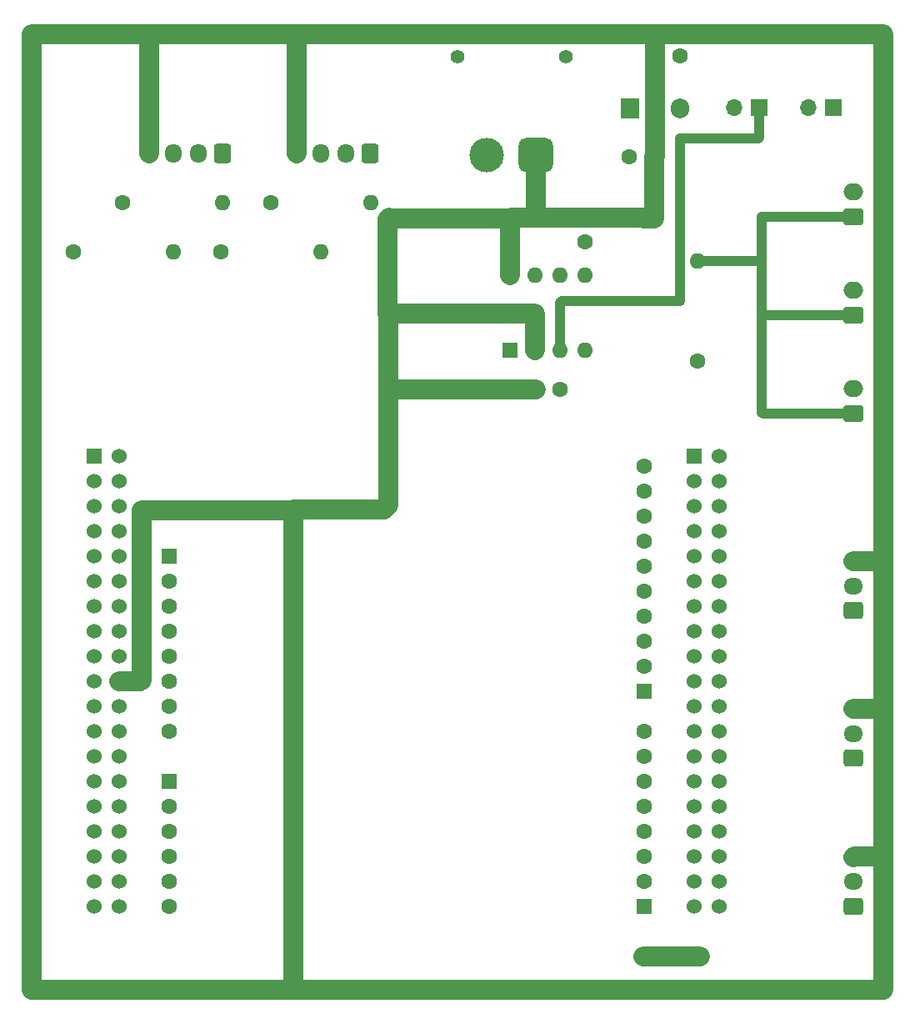
<source format=gbr>
%TF.GenerationSoftware,KiCad,Pcbnew,8.0.8-8.0.8-0~ubuntu24.04.1*%
%TF.CreationDate,2025-02-07T22:42:51+09:00*%
%TF.ProjectId,Accurate,41636375-7261-4746-952e-6b696361645f,rev?*%
%TF.SameCoordinates,Original*%
%TF.FileFunction,Copper,L2,Bot*%
%TF.FilePolarity,Positive*%
%FSLAX46Y46*%
G04 Gerber Fmt 4.6, Leading zero omitted, Abs format (unit mm)*
G04 Created by KiCad (PCBNEW 8.0.8-8.0.8-0~ubuntu24.04.1) date 2025-02-07 22:42:51*
%MOMM*%
%LPD*%
G01*
G04 APERTURE LIST*
G04 Aperture macros list*
%AMRoundRect*
0 Rectangle with rounded corners*
0 $1 Rounding radius*
0 $2 $3 $4 $5 $6 $7 $8 $9 X,Y pos of 4 corners*
0 Add a 4 corners polygon primitive as box body*
4,1,4,$2,$3,$4,$5,$6,$7,$8,$9,$2,$3,0*
0 Add four circle primitives for the rounded corners*
1,1,$1+$1,$2,$3*
1,1,$1+$1,$4,$5*
1,1,$1+$1,$6,$7*
1,1,$1+$1,$8,$9*
0 Add four rect primitives between the rounded corners*
20,1,$1+$1,$2,$3,$4,$5,0*
20,1,$1+$1,$4,$5,$6,$7,0*
20,1,$1+$1,$6,$7,$8,$9,0*
20,1,$1+$1,$8,$9,$2,$3,0*%
G04 Aperture macros list end*
%TA.AperFunction,ComponentPad*%
%ADD10C,1.600000*%
%TD*%
%TA.AperFunction,ComponentPad*%
%ADD11C,1.530000*%
%TD*%
%TA.AperFunction,ComponentPad*%
%ADD12RoundRect,0.250000X0.750000X-0.600000X0.750000X0.600000X-0.750000X0.600000X-0.750000X-0.600000X0*%
%TD*%
%TA.AperFunction,ComponentPad*%
%ADD13O,2.000000X1.700000*%
%TD*%
%TA.AperFunction,ComponentPad*%
%ADD14R,1.905000X2.000000*%
%TD*%
%TA.AperFunction,ComponentPad*%
%ADD15O,1.905000X2.000000*%
%TD*%
%TA.AperFunction,ComponentPad*%
%ADD16C,1.400000*%
%TD*%
%TA.AperFunction,ComponentPad*%
%ADD17RoundRect,0.770000X-0.980000X-0.980000X0.980000X-0.980000X0.980000X0.980000X-0.980000X0.980000X0*%
%TD*%
%TA.AperFunction,ComponentPad*%
%ADD18C,3.500000*%
%TD*%
%TA.AperFunction,ComponentPad*%
%ADD19RoundRect,0.250000X0.725000X-0.600000X0.725000X0.600000X-0.725000X0.600000X-0.725000X-0.600000X0*%
%TD*%
%TA.AperFunction,ComponentPad*%
%ADD20O,1.950000X1.700000*%
%TD*%
%TA.AperFunction,ComponentPad*%
%ADD21O,1.600000X1.600000*%
%TD*%
%TA.AperFunction,ComponentPad*%
%ADD22RoundRect,0.250000X0.600000X0.725000X-0.600000X0.725000X-0.600000X-0.725000X0.600000X-0.725000X0*%
%TD*%
%TA.AperFunction,ComponentPad*%
%ADD23O,1.700000X1.950000*%
%TD*%
%TA.AperFunction,ComponentPad*%
%ADD24R,1.600000X1.600000*%
%TD*%
%TA.AperFunction,ComponentPad*%
%ADD25R,1.605000X1.605000*%
%TD*%
%TA.AperFunction,ComponentPad*%
%ADD26C,1.605000*%
%TD*%
%TA.AperFunction,ComponentPad*%
%ADD27R,1.530000X1.530000*%
%TD*%
%TA.AperFunction,ComponentPad*%
%ADD28R,1.700000X1.700000*%
%TD*%
%TA.AperFunction,ComponentPad*%
%ADD29O,1.700000X1.700000*%
%TD*%
%TA.AperFunction,Conductor*%
%ADD30C,2.000000*%
%TD*%
%TA.AperFunction,Conductor*%
%ADD31C,1.000000*%
%TD*%
G04 APERTURE END LIST*
D10*
%TO.P,0.1\u03BCF,1*%
%TO.N,5V*%
X155200000Y-87550000D03*
%TO.P,0.1\u03BCF,2*%
%TO.N,GND*%
X152700000Y-87550000D03*
%TD*%
D11*
%TO.P,,CN7_18,CN7_+5V*%
%TO.N,mc_5v*%
X163675000Y-145150000D03*
%TD*%
D10*
%TO.P,0.1\u03BCF,1*%
%TO.N,3.3V*%
X157700000Y-72600000D03*
%TO.P,0.1\u03BCF,2*%
%TO.N,GND*%
X157700000Y-70100000D03*
%TD*%
D12*
%TO.P,J2,1,Pin_1*%
%TO.N,CAN_L*%
X185000000Y-80000000D03*
D13*
%TO.P,J2,2,Pin_2*%
%TO.N,CAN_H*%
X185000000Y-77500000D03*
%TD*%
D14*
%TO.P,U1,1,VI*%
%TO.N,16V*%
X162270000Y-59000000D03*
D15*
%TO.P,U1,2,GND*%
%TO.N,GND*%
X164810000Y-59000000D03*
%TO.P,U1,3,VO*%
%TO.N,5V*%
X167350000Y-59000000D03*
%TD*%
D16*
%TO.P,J9,*%
%TO.N,*%
X144750000Y-53775000D03*
X155750000Y-53775000D03*
D17*
%TO.P,J9,1,Pin_1*%
%TO.N,GND*%
X152750000Y-63775000D03*
D18*
%TO.P,J9,2,Pin_2*%
%TO.N,16V*%
X147750000Y-63775000D03*
%TD*%
D19*
%TO.P,J5,1,Pin_1*%
%TO.N,DIR_2*%
X185000000Y-125000000D03*
D20*
%TO.P,J5,2,Pin_2*%
%TO.N,PWM_2*%
X185000000Y-122500000D03*
%TO.P,J5,3,Pin_3*%
%TO.N,GND*%
X185000000Y-120000000D03*
%TD*%
D10*
%TO.P,10k,1*%
%TO.N,5V*%
X105770000Y-73600000D03*
D21*
%TO.P,10k,2*%
%TO.N,encode_2B*%
X115930000Y-73600000D03*
%TD*%
D10*
%TO.P,10k,1*%
%TO.N,5V*%
X110720000Y-68600000D03*
D21*
%TO.P,10k,2*%
%TO.N,encode_2A*%
X120880000Y-68600000D03*
%TD*%
D22*
%TO.P,J8,1,Pin_1*%
%TO.N,encode_2A*%
X120900000Y-63600000D03*
D23*
%TO.P,J8,2,Pin_2*%
%TO.N,5V*%
X118400000Y-63600000D03*
%TO.P,J8,3,Pin_3*%
%TO.N,encode_2B*%
X115900000Y-63600000D03*
%TO.P,J8,4,Pin_4*%
%TO.N,GND*%
X113400000Y-63600000D03*
%TD*%
D22*
%TO.P,J7,1,Pin_1*%
%TO.N,encode_1B*%
X135900000Y-63600000D03*
D23*
%TO.P,J7,2,Pin_2*%
%TO.N,5V*%
X133400000Y-63600000D03*
%TO.P,J7,3,Pin_3*%
%TO.N,encode_1A*%
X130900000Y-63600000D03*
%TO.P,J7,4,Pin_4*%
%TO.N,GND*%
X128400000Y-63600000D03*
%TD*%
D24*
%TO.P,CAN_IC,1,TXD*%
%TO.N,TX*%
X150100000Y-83550000D03*
D21*
%TO.P,CAN_IC,2,VSS*%
%TO.N,GND*%
X152640000Y-83550000D03*
%TO.P,CAN_IC,3,VDD*%
%TO.N,5V*%
X155180000Y-83550000D03*
%TO.P,CAN_IC,4,RXD*%
%TO.N,RX*%
X157720000Y-83550000D03*
%TO.P,CAN_IC,5,Vio*%
%TO.N,3.3V*%
X157720000Y-75930000D03*
%TO.P,CAN_IC,6,CANL*%
%TO.N,CAN_L*%
X155180000Y-75930000D03*
%TO.P,CAN_IC,7,CANH*%
%TO.N,CAN_H*%
X152640000Y-75930000D03*
%TO.P,CAN_IC,8,STBY*%
%TO.N,GND*%
X150100000Y-75930000D03*
%TD*%
D10*
%TO.P,120,1*%
%TO.N,CAN_H*%
X169150000Y-84660000D03*
D21*
%TO.P,120,2*%
%TO.N,CAN_L*%
X169150000Y-74500000D03*
%TD*%
D12*
%TO.P,J1,1,Pin_1*%
%TO.N,CAN_L*%
X185000000Y-90000000D03*
D13*
%TO.P,J1,2,Pin_2*%
%TO.N,CAN_H*%
X185000000Y-87500000D03*
%TD*%
D25*
%TO.P,U3,CN5_1,D8*%
%TO.N,unconnected-(U3F-D8-PadCN5_1)*%
X163760000Y-118190000D03*
D26*
%TO.P,U3,CN5_2,D9*%
%TO.N,unconnected-(U3F-D9-PadCN5_2)*%
X163760000Y-115650000D03*
%TO.P,U3,CN5_3,D10*%
%TO.N,unconnected-(U3F-D10-PadCN5_3)*%
X163760000Y-113110000D03*
%TO.P,U3,CN5_4,D11*%
%TO.N,unconnected-(U3F-D11-PadCN5_4)*%
X163760000Y-110570000D03*
%TO.P,U3,CN5_5,D12*%
%TO.N,unconnected-(U3F-D12-PadCN5_5)*%
X163760000Y-108030000D03*
%TO.P,U3,CN5_6,D13*%
%TO.N,unconnected-(U3F-D13-PadCN5_6)*%
X163760000Y-105490000D03*
%TO.P,U3,CN5_7,CN5_GND*%
%TO.N,unconnected-(U3F-CN5_GND-PadCN5_7)*%
X163760000Y-102950000D03*
%TO.P,U3,CN5_8,AREF*%
%TO.N,unconnected-(U3F-AREF-PadCN5_8)*%
X163760000Y-100410000D03*
%TO.P,U3,CN5_9,D14*%
%TO.N,unconnected-(U3F-D14-PadCN5_9)*%
X163760000Y-97870000D03*
%TO.P,U3,CN5_10,D15*%
%TO.N,unconnected-(U3F-D15-PadCN5_10)*%
X163760000Y-95330000D03*
D25*
%TO.P,U3,CN6_1*%
%TO.N,N/C*%
X115500000Y-104470000D03*
D26*
%TO.P,U3,CN6_2,CN6_IOREF*%
%TO.N,unconnected-(U3C-CN6_IOREF-PadCN6_2)*%
X115500000Y-107010000D03*
%TO.P,U3,CN6_3,CN6_RESET*%
%TO.N,unconnected-(U3C-CN6_RESET-PadCN6_3)*%
X115500000Y-109550000D03*
%TO.P,U3,CN6_4,CN6_+3V3*%
%TO.N,unconnected-(U3C-CN6_+3V3-PadCN6_4)*%
X115500000Y-112090000D03*
%TO.P,U3,CN6_5,CN6_+5V*%
%TO.N,unconnected-(U3C-CN6_+5V-PadCN6_5)*%
X115500000Y-114630000D03*
%TO.P,U3,CN6_6,CN6_GND*%
%TO.N,unconnected-(U3C-CN6_GND-PadCN6_6)*%
X115500000Y-117170000D03*
%TO.P,U3,CN6_7,CN6_GND__1*%
%TO.N,unconnected-(U3C-CN6_GND__1-PadCN6_7)*%
X115500000Y-119710000D03*
%TO.P,U3,CN6_8,CN6_VIN*%
%TO.N,unconnected-(U3C-CN6_VIN-PadCN6_8)*%
X115500000Y-122250000D03*
D27*
%TO.P,U3,CN7_1,PC10*%
%TO.N,unconnected-(U3A-PC10-PadCN7_1)*%
X107880000Y-94310000D03*
D11*
%TO.P,U3,CN7_2,PC11*%
%TO.N,unconnected-(U3A-PC11-PadCN7_2)*%
X110420000Y-94310000D03*
%TO.P,U3,CN7_3,PC12*%
%TO.N,unconnected-(U3A-PC12-PadCN7_3)*%
X107880000Y-96850000D03*
%TO.P,U3,CN7_4,PD2*%
%TO.N,unconnected-(U3A-PD2-PadCN7_4)*%
X110420000Y-96850000D03*
%TO.P,U3,CN7_5,VDD*%
%TO.N,unconnected-(U3A-VDD-PadCN7_5)*%
X107880000Y-99390000D03*
%TO.P,U3,CN7_6,E5V*%
%TO.N,unconnected-(U3A-E5V-PadCN7_6)*%
X110420000Y-99390000D03*
%TO.P,U3,CN7_7,BOOT0*%
%TO.N,unconnected-(U3A-BOOT0-PadCN7_7)*%
X107880000Y-101930000D03*
%TO.P,U3,CN7_8,CN7_GND*%
%TO.N,unconnected-(U3A-CN7_GND-PadCN7_8)*%
X110420000Y-101930000D03*
%TO.P,U3,CN7_9*%
%TO.N,N/C*%
X107880000Y-104470000D03*
%TO.P,U3,CN7_10*%
X110420000Y-104470000D03*
%TO.P,U3,CN7_11*%
X107880000Y-107010000D03*
%TO.P,U3,CN7_12,CN7_IOREF*%
%TO.N,unconnected-(U3A-CN7_IOREF-PadCN7_12)*%
X110420000Y-107010000D03*
%TO.P,U3,CN7_13,PA13*%
%TO.N,unconnected-(U3A-PA13-PadCN7_13)*%
X107880000Y-109550000D03*
%TO.P,U3,CN7_14,CN7_RESET*%
%TO.N,unconnected-(U3A-CN7_RESET-PadCN7_14)*%
X110420000Y-109550000D03*
%TO.P,U3,CN7_15,PA14*%
%TO.N,unconnected-(U3A-PA14-PadCN7_15)*%
X107880000Y-112090000D03*
%TO.P,U3,CN7_16,CN7_+3V3*%
%TO.N,3.3V*%
X110420000Y-112090000D03*
%TO.P,U3,CN7_17,PA15*%
%TO.N,unconnected-(U3A-PA15-PadCN7_17)*%
X107880000Y-114630000D03*
%TO.P,U3,CN7_18,CN7_+5V*%
%TO.N,mc_5v*%
X110420000Y-114630000D03*
%TO.P,U3,CN7_19,CN7_GND__1*%
%TO.N,GND*%
X107880000Y-117170000D03*
%TO.P,U3,CN7_20,CN7_GND__2*%
X110420000Y-117170000D03*
%TO.P,U3,CN7_21,PB7*%
%TO.N,unconnected-(U3A-PB7-PadCN7_21)*%
X107880000Y-119710000D03*
%TO.P,U3,CN7_22,CN7_GND__3*%
%TO.N,GND*%
X110420000Y-119710000D03*
%TO.P,U3,CN7_23,PC13*%
%TO.N,unconnected-(U3A-PC13-PadCN7_23)*%
X107880000Y-122250000D03*
%TO.P,U3,CN7_24,CN7_VIN*%
%TO.N,unconnected-(U3A-CN7_VIN-PadCN7_24)*%
X110420000Y-122250000D03*
%TO.P,U3,CN7_25,PC14*%
%TO.N,unconnected-(U3A-PC14-PadCN7_25)*%
X107880000Y-124790000D03*
%TO.P,U3,CN7_26*%
%TO.N,N/C*%
X110420000Y-124790000D03*
%TO.P,U3,CN7_27,PC15*%
%TO.N,unconnected-(U3A-PC15-PadCN7_27)*%
X107880000Y-127330000D03*
%TO.P,U3,CN7_28,PA0*%
%TO.N,encode_1A*%
X110420000Y-127330000D03*
%TO.P,U3,CN7_29,PH0*%
%TO.N,unconnected-(U3A-PH0-PadCN7_29)*%
X107880000Y-129870000D03*
%TO.P,U3,CN7_30,PA1*%
%TO.N,encode_1B*%
X110420000Y-129870000D03*
%TO.P,U3,CN7_31,PH1*%
%TO.N,unconnected-(U3A-PH1-PadCN7_31)*%
X107880000Y-132410000D03*
%TO.P,U3,CN7_32,PA4*%
%TO.N,unconnected-(U3A-PA4-PadCN7_32)*%
X110420000Y-132410000D03*
%TO.P,U3,CN7_33,VBAT*%
%TO.N,unconnected-(U3A-VBAT-PadCN7_33)*%
X107880000Y-134950000D03*
%TO.P,U3,CN7_34,PB0*%
%TO.N,unconnected-(U3A-PB0-PadCN7_34)*%
X110420000Y-134950000D03*
%TO.P,U3,CN7_35,PC2*%
%TO.N,unconnected-(U3A-PC2-PadCN7_35)*%
X107880000Y-137490000D03*
%TO.P,U3,CN7_36,PC1/PB9*%
%TO.N,unconnected-(U3A-PC1{slash}PB9-PadCN7_36)*%
X110420000Y-137490000D03*
%TO.P,U3,CN7_37,PC3*%
%TO.N,unconnected-(U3A-PC3-PadCN7_37)*%
X107880000Y-140030000D03*
%TO.P,U3,CN7_38,PC0/PB8*%
%TO.N,unconnected-(U3A-PC0{slash}PB8-PadCN7_38)*%
X110420000Y-140030000D03*
D25*
%TO.P,U3,CN8_1,A0*%
%TO.N,unconnected-(U3E-A0-PadCN8_1)*%
X115500000Y-127330000D03*
D26*
%TO.P,U3,CN8_2,A1*%
%TO.N,unconnected-(U3E-A1-PadCN8_2)*%
X115500000Y-129870000D03*
%TO.P,U3,CN8_3,A2*%
%TO.N,unconnected-(U3E-A2-PadCN8_3)*%
X115500000Y-132410000D03*
%TO.P,U3,CN8_4,A3*%
%TO.N,unconnected-(U3E-A3-PadCN8_4)*%
X115500000Y-134950000D03*
%TO.P,U3,CN8_5,A4*%
%TO.N,unconnected-(U3E-A4-PadCN8_5)*%
X115500000Y-137490000D03*
%TO.P,U3,CN8_6,A5*%
%TO.N,unconnected-(U3E-A5-PadCN8_6)*%
X115500000Y-140030000D03*
D25*
%TO.P,U3,CN9_1,D0*%
%TO.N,unconnected-(U3D-D0-PadCN9_1)*%
X163760000Y-140030000D03*
D26*
%TO.P,U3,CN9_2,D1*%
%TO.N,unconnected-(U3D-D1-PadCN9_2)*%
X163760000Y-137490000D03*
%TO.P,U3,CN9_3,D2*%
%TO.N,unconnected-(U3D-D2-PadCN9_3)*%
X163760000Y-134950000D03*
%TO.P,U3,CN9_4,D3*%
%TO.N,unconnected-(U3D-D3-PadCN9_4)*%
X163760000Y-132410000D03*
%TO.P,U3,CN9_5,D4*%
%TO.N,unconnected-(U3D-D4-PadCN9_5)*%
X163760000Y-129870000D03*
%TO.P,U3,CN9_6,D5*%
%TO.N,unconnected-(U3D-D5-PadCN9_6)*%
X163760000Y-127330000D03*
%TO.P,U3,CN9_7,D6*%
%TO.N,unconnected-(U3D-D6-PadCN9_7)*%
X163760000Y-124790000D03*
%TO.P,U3,CN9_8,D7*%
%TO.N,unconnected-(U3D-D7-PadCN9_8)*%
X163760000Y-122250000D03*
D27*
%TO.P,U3,CN10_1,PC9*%
%TO.N,unconnected-(U3B-PC9-PadCN10_1)*%
X168840000Y-94310000D03*
D11*
%TO.P,U3,CN10_2,PC8*%
%TO.N,PWM_1*%
X171380000Y-94310000D03*
%TO.P,U3,CN10_3,PB8*%
%TO.N,RX*%
X168840000Y-96850000D03*
%TO.P,U3,CN10_4,PC6*%
%TO.N,unconnected-(U3B-PC6-PadCN10_4)*%
X171380000Y-96850000D03*
%TO.P,U3,CN10_5,PB9*%
%TO.N,TX*%
X168840000Y-99390000D03*
%TO.P,U3,CN10_6,PC5*%
%TO.N,DIR_1*%
X171380000Y-99390000D03*
%TO.P,U3,CN10_7,AVDD*%
%TO.N,unconnected-(U3B-AVDD-PadCN10_7)*%
X168840000Y-101930000D03*
%TO.P,U3,CN10_8,U5V*%
%TO.N,unconnected-(U3B-U5V-PadCN10_8)*%
X171380000Y-101930000D03*
%TO.P,U3,CN10_9,CN10_GND*%
%TO.N,GND*%
X168840000Y-104470000D03*
%TO.P,U3,CN10_10*%
%TO.N,N/C*%
X171380000Y-104470000D03*
%TO.P,U3,CN10_11,PA5*%
%TO.N,unconnected-(U3B-PA5-PadCN10_11)*%
X168840000Y-107010000D03*
%TO.P,U3,CN10_12,PA12*%
%TO.N,unconnected-(U3B-PA12-PadCN10_12)*%
X171380000Y-107010000D03*
%TO.P,U3,CN10_13,PA6*%
%TO.N,unconnected-(U3B-PA6-PadCN10_13)*%
X168840000Y-109550000D03*
%TO.P,U3,CN10_14,PA11*%
%TO.N,PWM_2*%
X171380000Y-109550000D03*
%TO.P,U3,CN10_15,PA7*%
%TO.N,unconnected-(U3B-PA7-PadCN10_15)*%
X168840000Y-112090000D03*
%TO.P,U3,CN10_16,PB12*%
%TO.N,DIR_2*%
X171380000Y-112090000D03*
%TO.P,U3,CN10_17,PB6*%
%TO.N,unconnected-(U3B-PB6-PadCN10_17)*%
X168840000Y-114630000D03*
%TO.P,U3,CN10_18*%
%TO.N,N/C*%
X171380000Y-114630000D03*
%TO.P,U3,CN10_19,PC7*%
%TO.N,unconnected-(U3B-PC7-PadCN10_19)*%
X168840000Y-117170000D03*
%TO.P,U3,CN10_20,CN10_GND__1*%
%TO.N,unconnected-(U3B-CN10_GND__1-PadCN10_20)*%
X171380000Y-117170000D03*
%TO.P,U3,CN10_21,PA9*%
%TO.N,unconnected-(U3B-PA9-PadCN10_21)*%
X168840000Y-119710000D03*
%TO.P,U3,CN10_22,PB2*%
%TO.N,unconnected-(U3B-PB2-PadCN10_22)*%
X171380000Y-119710000D03*
%TO.P,U3,CN10_23,PA8*%
%TO.N,unconnected-(U3B-PA8-PadCN10_23)*%
X168840000Y-122250000D03*
%TO.P,U3,CN10_24,PB1*%
%TO.N,unconnected-(U3B-PB1-PadCN10_24)*%
X171380000Y-122250000D03*
%TO.P,U3,CN10_25,PB10*%
%TO.N,unconnected-(U3B-PB10-PadCN10_25)*%
X168840000Y-124790000D03*
%TO.P,U3,CN10_26,PB15*%
%TO.N,PWM_3*%
X171380000Y-124790000D03*
%TO.P,U3,CN10_27,PB4*%
%TO.N,encode_2A*%
X168840000Y-127330000D03*
%TO.P,U3,CN10_28,PB14*%
%TO.N,unconnected-(U3B-PB14-PadCN10_28)*%
X171380000Y-127330000D03*
%TO.P,U3,CN10_29,PB5*%
%TO.N,encode_2B*%
X168840000Y-129870000D03*
%TO.P,U3,CN10_30,PB13*%
%TO.N,unconnected-(U3B-PB13-PadCN10_30)*%
X171380000Y-129870000D03*
%TO.P,U3,CN10_31,PB3*%
%TO.N,unconnected-(U3B-PB3-PadCN10_31)*%
X168840000Y-132410000D03*
%TO.P,U3,CN10_32,AGND*%
%TO.N,unconnected-(U3B-AGND-PadCN10_32)*%
X171380000Y-132410000D03*
%TO.P,U3,CN10_33,PA10*%
%TO.N,unconnected-(U3B-PA10-PadCN10_33)*%
X168840000Y-134950000D03*
%TO.P,U3,CN10_34,PC4*%
%TO.N,DIR_3*%
X171380000Y-134950000D03*
%TO.P,U3,CN10_35,PA2*%
%TO.N,unconnected-(U3B-PA2-PadCN10_35)*%
X168840000Y-137490000D03*
%TO.P,U3,CN10_36*%
%TO.N,N/C*%
X171380000Y-137490000D03*
%TO.P,U3,CN10_37,PA3*%
%TO.N,unconnected-(U3B-PA3-PadCN10_37)*%
X168840000Y-140030000D03*
%TO.P,U3,CN10_38*%
%TO.N,N/C*%
X171380000Y-140030000D03*
%TD*%
D19*
%TO.P,J4,1,Pin_1*%
%TO.N,DIR_1*%
X185000000Y-110000000D03*
D20*
%TO.P,J4,2,Pin_2*%
%TO.N,PWM_1*%
X185000000Y-107500000D03*
%TO.P,J4,3,Pin_3*%
%TO.N,GND*%
X185000000Y-105000000D03*
%TD*%
D10*
%TO.P,10k,1*%
%TO.N,5V*%
X125770000Y-68600000D03*
D21*
%TO.P,10k,2*%
%TO.N,encode_1B*%
X135930000Y-68600000D03*
%TD*%
D28*
%TO.P,J11,1,Pin_1*%
%TO.N,5V*%
X175390000Y-58950000D03*
D29*
%TO.P,J11,2,Pin_2*%
X172850000Y-58950000D03*
%TD*%
D11*
%TO.P,,CN7_18,CN7_+5V*%
%TO.N,mc_5v*%
X169425000Y-145150000D03*
%TD*%
D19*
%TO.P,J6,1,Pin_1*%
%TO.N,DIR_3*%
X185000000Y-140000000D03*
D20*
%TO.P,J6,2,Pin_2*%
%TO.N,PWM_3*%
X185000000Y-137500000D03*
%TO.P,J6,3,Pin_3*%
%TO.N,GND*%
X185000000Y-135000000D03*
%TD*%
D10*
%TO.P,0.33\u03BCF,1*%
%TO.N,16V*%
X162250000Y-63950000D03*
%TO.P,0.33\u03BCF,2*%
%TO.N,GND*%
X164750000Y-63950000D03*
%TD*%
%TO.P,C4,1*%
%TO.N,5V*%
X167350000Y-53700000D03*
%TO.P,C4,2*%
%TO.N,GND*%
X164850000Y-53700000D03*
%TD*%
D28*
%TO.P,J10,1,Pin_1*%
%TO.N,mc_5v*%
X182925000Y-58950000D03*
D29*
%TO.P,J10,2,Pin_2*%
%TO.N,5V*%
X180385000Y-58950000D03*
%TD*%
D10*
%TO.P,10k,1*%
%TO.N,5V*%
X120720000Y-73600000D03*
D21*
%TO.P,10k,2*%
%TO.N,encode_1A*%
X130880000Y-73600000D03*
%TD*%
D12*
%TO.P,J3,1,Pin_1*%
%TO.N,CAN_L*%
X185000000Y-70000000D03*
D13*
%TO.P,J3,2,Pin_2*%
%TO.N,CAN_H*%
X185000000Y-67500000D03*
%TD*%
D30*
%TO.N,GND*%
X152750000Y-63775000D02*
X152750000Y-70050000D01*
X188000000Y-134950000D02*
X188000000Y-142650000D01*
X112650000Y-99850000D02*
X112650000Y-117070000D01*
X188000000Y-105000000D02*
X185000000Y-105000000D01*
X188000000Y-142650000D02*
X188000000Y-148500000D01*
X164800000Y-51500000D02*
X164850000Y-51550000D01*
X164810000Y-59000000D02*
X164810000Y-63890000D01*
X101500000Y-148500000D02*
X132250000Y-148500000D01*
X128100000Y-99750000D02*
X137300000Y-99750000D01*
D31*
X137700000Y-87550000D02*
X137550000Y-87700000D01*
D30*
X128050000Y-99800000D02*
X112700000Y-99800000D01*
X152750000Y-70050000D02*
X152700000Y-70100000D01*
X164810000Y-63890000D02*
X164750000Y-63950000D01*
X188000000Y-105000000D02*
X188000000Y-120000000D01*
X113400000Y-51500000D02*
X128450000Y-51500000D01*
X164850000Y-53700000D02*
X164850000Y-58960000D01*
X128400000Y-63600000D02*
X128400000Y-51550000D01*
D31*
X113050000Y-117200000D02*
X113020000Y-117170000D01*
D30*
X137700000Y-99350000D02*
X137700000Y-87550000D01*
X128400000Y-51550000D02*
X128450000Y-51500000D01*
X188000000Y-51500000D02*
X188000000Y-105000000D01*
X150150000Y-70100000D02*
X150100000Y-70150000D01*
X113400000Y-51500000D02*
X101500000Y-51500000D01*
X188000000Y-148500000D02*
X132250000Y-148500000D01*
X164850000Y-51550000D02*
X164850000Y-53700000D01*
X164850000Y-51550000D02*
X164900000Y-51500000D01*
X113400000Y-63600000D02*
X113400000Y-51500000D01*
X188000000Y-120000000D02*
X188000000Y-134950000D01*
X163700000Y-70150000D02*
X163650000Y-70100000D01*
X110420000Y-117170000D02*
X112550000Y-117170000D01*
X137700000Y-79850000D02*
X137650000Y-79800000D01*
X164750000Y-70150000D02*
X163700000Y-70150000D01*
X157700000Y-70100000D02*
X152700000Y-70100000D01*
X137300000Y-99750000D02*
X137700000Y-99350000D01*
X128050000Y-148500000D02*
X128050000Y-99800000D01*
X152640000Y-79860000D02*
X152650000Y-79850000D01*
X137850000Y-70150000D02*
X137800000Y-70100000D01*
X163650000Y-70100000D02*
X157700000Y-70100000D01*
D31*
X188100000Y-103050000D02*
X188100000Y-105100000D01*
X152640000Y-87490000D02*
X152700000Y-87550000D01*
D30*
X150100000Y-70150000D02*
X150100000Y-75930000D01*
X137650000Y-79800000D02*
X152600000Y-79800000D01*
D31*
X188000000Y-105000000D02*
X188100000Y-105100000D01*
X150100000Y-79800000D02*
X150150000Y-79850000D01*
D30*
X164900000Y-51500000D02*
X188000000Y-51500000D01*
D31*
X188000000Y-120000000D02*
X188100000Y-120100000D01*
D30*
X137700000Y-87550000D02*
X137700000Y-79850000D01*
X137650000Y-79800000D02*
X137650000Y-70250000D01*
X188000000Y-134950000D02*
X185050000Y-134950000D01*
X150100000Y-70150000D02*
X137850000Y-70150000D01*
X185050000Y-134950000D02*
X185000000Y-135000000D01*
X188000000Y-142650000D02*
X188050000Y-142700000D01*
X152600000Y-79800000D02*
X152650000Y-79850000D01*
X164750000Y-63950000D02*
X164750000Y-70150000D01*
X188000000Y-120000000D02*
X185000000Y-120000000D01*
X152640000Y-83550000D02*
X152640000Y-79860000D01*
X132250000Y-148500000D02*
X128050000Y-148500000D01*
X128050000Y-99800000D02*
X128100000Y-99750000D01*
X152700000Y-70100000D02*
X150150000Y-70100000D01*
X164850000Y-58960000D02*
X164810000Y-59000000D01*
X137650000Y-70250000D02*
X137800000Y-70100000D01*
X112700000Y-99800000D02*
X112650000Y-99850000D01*
X137700000Y-87550000D02*
X152700000Y-87550000D01*
X128450000Y-51500000D02*
X164800000Y-51500000D01*
X101500000Y-51500000D02*
X101500000Y-148500000D01*
D31*
%TO.N,5V*%
X175390000Y-62010000D02*
X175390000Y-58950000D01*
X155180000Y-78770000D02*
X155350000Y-78600000D01*
X167350000Y-62075000D02*
X167375000Y-62050000D01*
X167350000Y-78600000D02*
X167350000Y-62075000D01*
X175350000Y-62050000D02*
X175390000Y-62010000D01*
X155350000Y-78600000D02*
X167350000Y-78600000D01*
X167375000Y-62050000D02*
X175350000Y-62050000D01*
X155180000Y-83550000D02*
X155180000Y-78770000D01*
D30*
%TO.N,mc_5v*%
X163675000Y-145150000D02*
X169425000Y-145150000D01*
D31*
%TO.N,CAN_L*%
X185000000Y-90000000D02*
X175800000Y-90000000D01*
X175700000Y-74550000D02*
X175700000Y-70000000D01*
X175750000Y-80000000D02*
X175700000Y-80050000D01*
X169150000Y-74500000D02*
X175650000Y-74500000D01*
X175700000Y-80050000D02*
X175700000Y-89900000D01*
X185000000Y-70000000D02*
X175700000Y-70000000D01*
X175650000Y-74500000D02*
X175700000Y-74550000D01*
X185000000Y-80000000D02*
X175750000Y-80000000D01*
X175700000Y-74550000D02*
X175700000Y-80050000D01*
X175800000Y-90000000D02*
X175700000Y-89900000D01*
%TD*%
M02*

</source>
